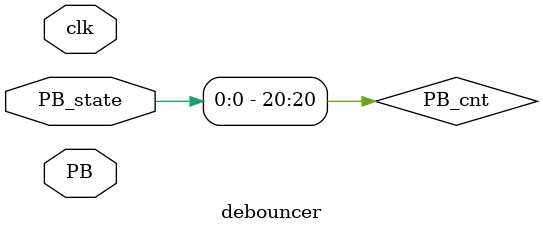
<source format=sv>
`timescale 1ns / 1ps


module debouncer(input clk,
    input PB,
    input PB_state

    );
    
    logic [20:0] PB_cnt = 21'b0;
    
    always @(posedge clk)
        if(PB)
        begin
            if(!PB_state)
                PB_cnt <= PB_cnt + 1'b1;
        end
        else
            PB_cnt <= 21'b0;
        assign PB_state = PB_cnt[20];
endmodule

</source>
